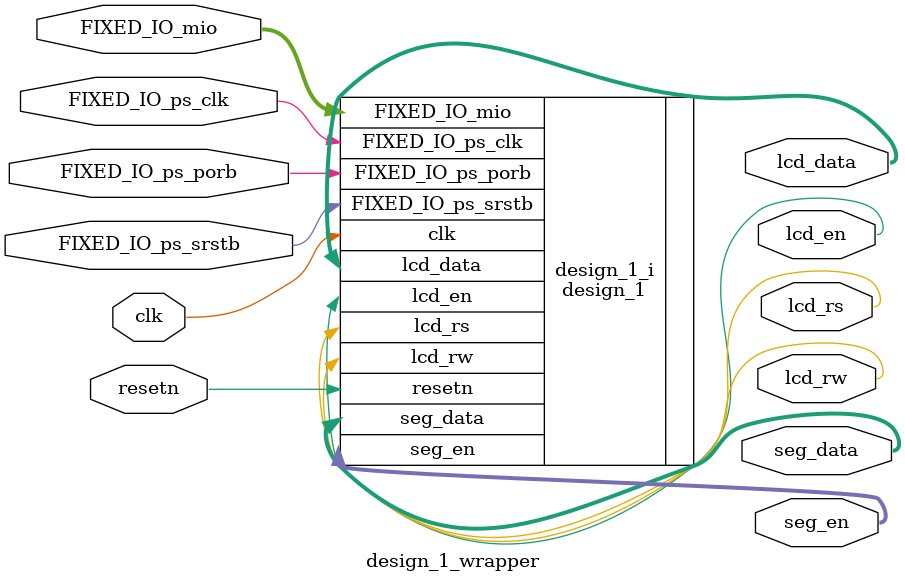
<source format=v>
`timescale 1 ps / 1 ps

module design_1_wrapper
   (FIXED_IO_mio,
    FIXED_IO_ps_clk,
    FIXED_IO_ps_porb,
    FIXED_IO_ps_srstb,
    clk,
    lcd_data,
    lcd_en,
    lcd_rs,
    lcd_rw,
    resetn,
    seg_data,
    seg_en);
  inout [53:0]FIXED_IO_mio;
  inout FIXED_IO_ps_clk;
  inout FIXED_IO_ps_porb;
  inout FIXED_IO_ps_srstb;
  input clk;
  output [7:0]lcd_data;
  output lcd_en;
  output lcd_rs;
  output lcd_rw;
  input resetn;
  output [7:0]seg_data;
  output [7:0]seg_en;

  wire [53:0]FIXED_IO_mio;
  wire FIXED_IO_ps_clk;
  wire FIXED_IO_ps_porb;
  wire FIXED_IO_ps_srstb;
  wire clk;
  wire [7:0]lcd_data;
  wire lcd_en;
  wire lcd_rs;
  wire lcd_rw;
  wire resetn;
  wire [7:0]seg_data;
  wire [7:0]seg_en;

design_1 design_1_i
       (.FIXED_IO_mio(FIXED_IO_mio),
        .FIXED_IO_ps_clk(FIXED_IO_ps_clk),
        .FIXED_IO_ps_porb(FIXED_IO_ps_porb),
        .FIXED_IO_ps_srstb(FIXED_IO_ps_srstb),
        .clk(clk),
        .lcd_data(lcd_data),
        .lcd_en(lcd_en),
        .lcd_rs(lcd_rs),
        .lcd_rw(lcd_rw),
        .resetn(resetn),
        .seg_data(seg_data),
        .seg_en(seg_en));
endmodule

</source>
